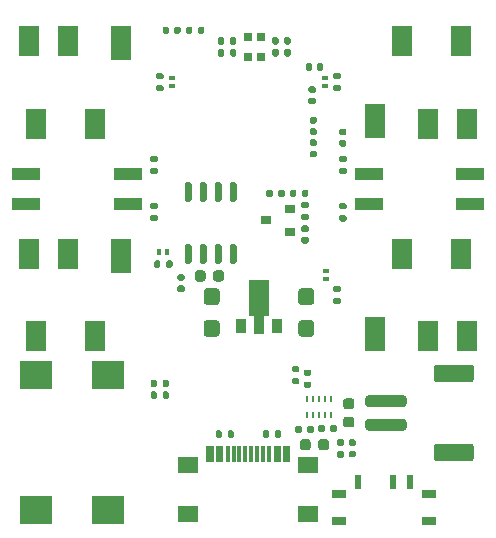
<source format=gbr>
%TF.GenerationSoftware,KiCad,Pcbnew,(5.1.8)-1*%
%TF.CreationDate,2021-07-06T20:41:50+01:00*%
%TF.ProjectId,ESP32-S2-PowerMeter,45535033-322d-4533-922d-506f7765724d,rev?*%
%TF.SameCoordinates,Original*%
%TF.FileFunction,Paste,Top*%
%TF.FilePolarity,Positive*%
%FSLAX46Y46*%
G04 Gerber Fmt 4.6, Leading zero omitted, Abs format (unit mm)*
G04 Created by KiCad (PCBNEW (5.1.8)-1) date 2021-07-06 20:41:50*
%MOMM*%
%LPD*%
G01*
G04 APERTURE LIST*
%ADD10R,0.700000X0.800000*%
%ADD11R,0.300000X1.450000*%
%ADD12R,1.800000X1.450000*%
%ADD13R,1.800000X2.950000*%
%ADD14R,1.800000X2.550000*%
%ADD15R,2.800000X2.400000*%
%ADD16R,0.600000X1.250000*%
%ADD17R,1.200000X0.700000*%
%ADD18R,2.440000X1.120000*%
%ADD19R,0.225000X0.525000*%
%ADD20C,0.100000*%
%ADD21R,0.900000X1.300000*%
%ADD22R,0.900000X0.800000*%
%ADD23R,0.600000X0.300000*%
%ADD24R,0.300000X0.600000*%
G04 APERTURE END LIST*
%TO.C,C1*%
G36*
G01*
X129425000Y-160950000D02*
X129425000Y-160450000D01*
G75*
G02*
X129650000Y-160225000I225000J0D01*
G01*
X130100000Y-160225000D01*
G75*
G02*
X130325000Y-160450000I0J-225000D01*
G01*
X130325000Y-160950000D01*
G75*
G02*
X130100000Y-161175000I-225000J0D01*
G01*
X129650000Y-161175000D01*
G75*
G02*
X129425000Y-160950000I0J225000D01*
G01*
G37*
G36*
G01*
X127875000Y-160950000D02*
X127875000Y-160450000D01*
G75*
G02*
X128100000Y-160225000I225000J0D01*
G01*
X128550000Y-160225000D01*
G75*
G02*
X128775000Y-160450000I0J-225000D01*
G01*
X128775000Y-160950000D01*
G75*
G02*
X128550000Y-161175000I-225000J0D01*
G01*
X128100000Y-161175000D01*
G75*
G02*
X127875000Y-160950000I0J225000D01*
G01*
G37*
%TD*%
%TO.C,C2*%
G36*
G01*
X132250000Y-157675000D02*
X131750000Y-157675000D01*
G75*
G02*
X131525000Y-157450000I0J225000D01*
G01*
X131525000Y-157000000D01*
G75*
G02*
X131750000Y-156775000I225000J0D01*
G01*
X132250000Y-156775000D01*
G75*
G02*
X132475000Y-157000000I0J-225000D01*
G01*
X132475000Y-157450000D01*
G75*
G02*
X132250000Y-157675000I-225000J0D01*
G01*
G37*
G36*
G01*
X132250000Y-159225000D02*
X131750000Y-159225000D01*
G75*
G02*
X131525000Y-159000000I0J225000D01*
G01*
X131525000Y-158550000D01*
G75*
G02*
X131750000Y-158325000I225000J0D01*
G01*
X132250000Y-158325000D01*
G75*
G02*
X132475000Y-158550000I0J-225000D01*
G01*
X132475000Y-159000000D01*
G75*
G02*
X132250000Y-159225000I-225000J0D01*
G01*
G37*
%TD*%
%TO.C,C3*%
G36*
G01*
X132130000Y-161200000D02*
X132470000Y-161200000D01*
G75*
G02*
X132610000Y-161340000I0J-140000D01*
G01*
X132610000Y-161620000D01*
G75*
G02*
X132470000Y-161760000I-140000J0D01*
G01*
X132130000Y-161760000D01*
G75*
G02*
X131990000Y-161620000I0J140000D01*
G01*
X131990000Y-161340000D01*
G75*
G02*
X132130000Y-161200000I140000J0D01*
G01*
G37*
G36*
G01*
X132130000Y-160240000D02*
X132470000Y-160240000D01*
G75*
G02*
X132610000Y-160380000I0J-140000D01*
G01*
X132610000Y-160660000D01*
G75*
G02*
X132470000Y-160800000I-140000J0D01*
G01*
X132130000Y-160800000D01*
G75*
G02*
X131990000Y-160660000I0J140000D01*
G01*
X131990000Y-160380000D01*
G75*
G02*
X132130000Y-160240000I140000J0D01*
G01*
G37*
%TD*%
%TO.C,C4*%
G36*
G01*
X116800000Y-125430000D02*
X116800000Y-125770000D01*
G75*
G02*
X116660000Y-125910000I-140000J0D01*
G01*
X116380000Y-125910000D01*
G75*
G02*
X116240000Y-125770000I0J140000D01*
G01*
X116240000Y-125430000D01*
G75*
G02*
X116380000Y-125290000I140000J0D01*
G01*
X116660000Y-125290000D01*
G75*
G02*
X116800000Y-125430000I0J-140000D01*
G01*
G37*
G36*
G01*
X117760000Y-125430000D02*
X117760000Y-125770000D01*
G75*
G02*
X117620000Y-125910000I-140000J0D01*
G01*
X117340000Y-125910000D01*
G75*
G02*
X117200000Y-125770000I0J140000D01*
G01*
X117200000Y-125430000D01*
G75*
G02*
X117340000Y-125290000I140000J0D01*
G01*
X117620000Y-125290000D01*
G75*
G02*
X117760000Y-125430000I0J-140000D01*
G01*
G37*
%TD*%
%TO.C,C5*%
G36*
G01*
X119974999Y-150150000D02*
X120825001Y-150150000D01*
G75*
G02*
X121075000Y-150399999I0J-249999D01*
G01*
X121075000Y-151300001D01*
G75*
G02*
X120825001Y-151550000I-249999J0D01*
G01*
X119974999Y-151550000D01*
G75*
G02*
X119725000Y-151300001I0J249999D01*
G01*
X119725000Y-150399999D01*
G75*
G02*
X119974999Y-150150000I249999J0D01*
G01*
G37*
G36*
G01*
X119974999Y-147450000D02*
X120825001Y-147450000D01*
G75*
G02*
X121075000Y-147699999I0J-249999D01*
G01*
X121075000Y-148600001D01*
G75*
G02*
X120825001Y-148850000I-249999J0D01*
G01*
X119974999Y-148850000D01*
G75*
G02*
X119725000Y-148600001I0J249999D01*
G01*
X119725000Y-147699999D01*
G75*
G02*
X119974999Y-147450000I249999J0D01*
G01*
G37*
%TD*%
%TO.C,C6*%
G36*
G01*
X127974999Y-150150000D02*
X128825001Y-150150000D01*
G75*
G02*
X129075000Y-150399999I0J-249999D01*
G01*
X129075000Y-151300001D01*
G75*
G02*
X128825001Y-151550000I-249999J0D01*
G01*
X127974999Y-151550000D01*
G75*
G02*
X127725000Y-151300001I0J249999D01*
G01*
X127725000Y-150399999D01*
G75*
G02*
X127974999Y-150150000I249999J0D01*
G01*
G37*
G36*
G01*
X127974999Y-147450000D02*
X128825001Y-147450000D01*
G75*
G02*
X129075000Y-147699999I0J-249999D01*
G01*
X129075000Y-148600001D01*
G75*
G02*
X128825001Y-148850000I-249999J0D01*
G01*
X127974999Y-148850000D01*
G75*
G02*
X127725000Y-148600001I0J249999D01*
G01*
X127725000Y-147699999D01*
G75*
G02*
X127974999Y-147450000I249999J0D01*
G01*
G37*
%TD*%
%TO.C,C7*%
G36*
G01*
X129070000Y-130900000D02*
X128730000Y-130900000D01*
G75*
G02*
X128590000Y-130760000I0J140000D01*
G01*
X128590000Y-130480000D01*
G75*
G02*
X128730000Y-130340000I140000J0D01*
G01*
X129070000Y-130340000D01*
G75*
G02*
X129210000Y-130480000I0J-140000D01*
G01*
X129210000Y-130760000D01*
G75*
G02*
X129070000Y-130900000I-140000J0D01*
G01*
G37*
G36*
G01*
X129070000Y-131860000D02*
X128730000Y-131860000D01*
G75*
G02*
X128590000Y-131720000I0J140000D01*
G01*
X128590000Y-131440000D01*
G75*
G02*
X128730000Y-131300000I140000J0D01*
G01*
X129070000Y-131300000D01*
G75*
G02*
X129210000Y-131440000I0J-140000D01*
G01*
X129210000Y-131720000D01*
G75*
G02*
X129070000Y-131860000I-140000J0D01*
G01*
G37*
%TD*%
%TO.C,C8*%
G36*
G01*
X128900000Y-128530000D02*
X128900000Y-128870000D01*
G75*
G02*
X128760000Y-129010000I-140000J0D01*
G01*
X128480000Y-129010000D01*
G75*
G02*
X128340000Y-128870000I0J140000D01*
G01*
X128340000Y-128530000D01*
G75*
G02*
X128480000Y-128390000I140000J0D01*
G01*
X128760000Y-128390000D01*
G75*
G02*
X128900000Y-128530000I0J-140000D01*
G01*
G37*
G36*
G01*
X129860000Y-128530000D02*
X129860000Y-128870000D01*
G75*
G02*
X129720000Y-129010000I-140000J0D01*
G01*
X129440000Y-129010000D01*
G75*
G02*
X129300000Y-128870000I0J140000D01*
G01*
X129300000Y-128530000D01*
G75*
G02*
X129440000Y-128390000I140000J0D01*
G01*
X129720000Y-128390000D01*
G75*
G02*
X129860000Y-128530000I0J-140000D01*
G01*
G37*
%TD*%
%TO.C,C9*%
G36*
G01*
X129170000Y-135400000D02*
X128830000Y-135400000D01*
G75*
G02*
X128690000Y-135260000I0J140000D01*
G01*
X128690000Y-134980000D01*
G75*
G02*
X128830000Y-134840000I140000J0D01*
G01*
X129170000Y-134840000D01*
G75*
G02*
X129310000Y-134980000I0J-140000D01*
G01*
X129310000Y-135260000D01*
G75*
G02*
X129170000Y-135400000I-140000J0D01*
G01*
G37*
G36*
G01*
X129170000Y-136360000D02*
X128830000Y-136360000D01*
G75*
G02*
X128690000Y-136220000I0J140000D01*
G01*
X128690000Y-135940000D01*
G75*
G02*
X128830000Y-135800000I140000J0D01*
G01*
X129170000Y-135800000D01*
G75*
G02*
X129310000Y-135940000I0J-140000D01*
G01*
X129310000Y-136220000D01*
G75*
G02*
X129170000Y-136360000I-140000J0D01*
G01*
G37*
%TD*%
%TO.C,C10*%
G36*
G01*
X128830000Y-133900000D02*
X129170000Y-133900000D01*
G75*
G02*
X129310000Y-134040000I0J-140000D01*
G01*
X129310000Y-134320000D01*
G75*
G02*
X129170000Y-134460000I-140000J0D01*
G01*
X128830000Y-134460000D01*
G75*
G02*
X128690000Y-134320000I0J140000D01*
G01*
X128690000Y-134040000D01*
G75*
G02*
X128830000Y-133900000I140000J0D01*
G01*
G37*
G36*
G01*
X128830000Y-132940000D02*
X129170000Y-132940000D01*
G75*
G02*
X129310000Y-133080000I0J-140000D01*
G01*
X129310000Y-133360000D01*
G75*
G02*
X129170000Y-133500000I-140000J0D01*
G01*
X128830000Y-133500000D01*
G75*
G02*
X128690000Y-133360000I0J140000D01*
G01*
X128690000Y-133080000D01*
G75*
G02*
X128830000Y-132940000I140000J0D01*
G01*
G37*
%TD*%
D10*
%TO.C,D1*%
X123450000Y-126150000D03*
X123450000Y-127850000D03*
X124550000Y-127850000D03*
X124550000Y-126150000D03*
%TD*%
%TO.C,FB1*%
G36*
G01*
X128472500Y-142710000D02*
X128127500Y-142710000D01*
G75*
G02*
X127980000Y-142562500I0J147500D01*
G01*
X127980000Y-142267500D01*
G75*
G02*
X128127500Y-142120000I147500J0D01*
G01*
X128472500Y-142120000D01*
G75*
G02*
X128620000Y-142267500I0J-147500D01*
G01*
X128620000Y-142562500D01*
G75*
G02*
X128472500Y-142710000I-147500J0D01*
G01*
G37*
G36*
G01*
X128472500Y-143680000D02*
X128127500Y-143680000D01*
G75*
G02*
X127980000Y-143532500I0J147500D01*
G01*
X127980000Y-143237500D01*
G75*
G02*
X128127500Y-143090000I147500J0D01*
G01*
X128472500Y-143090000D01*
G75*
G02*
X128620000Y-143237500I0J-147500D01*
G01*
X128620000Y-143532500D01*
G75*
G02*
X128472500Y-143680000I-147500J0D01*
G01*
G37*
%TD*%
D11*
%TO.C,J1*%
X126875000Y-161495000D03*
X126100000Y-161495000D03*
X121200000Y-161495000D03*
X120425000Y-161495000D03*
X120125000Y-161495000D03*
X120900000Y-161495000D03*
X126575000Y-161495000D03*
X125800000Y-161495000D03*
X121750000Y-161495000D03*
X122250000Y-161495000D03*
X122750000Y-161495000D03*
X125250000Y-161495000D03*
X124750000Y-161495000D03*
X124250000Y-161495000D03*
X123750000Y-161495000D03*
X123250000Y-161495000D03*
D12*
X118430000Y-162410000D03*
X118430000Y-166590000D03*
X128570000Y-162410000D03*
X128570000Y-166590000D03*
%TD*%
%TO.C,J2*%
G36*
G01*
X142350000Y-155400000D02*
X139450000Y-155400000D01*
G75*
G02*
X139200000Y-155150000I0J250000D01*
G01*
X139200000Y-154150000D01*
G75*
G02*
X139450000Y-153900000I250000J0D01*
G01*
X142350000Y-153900000D01*
G75*
G02*
X142600000Y-154150000I0J-250000D01*
G01*
X142600000Y-155150000D01*
G75*
G02*
X142350000Y-155400000I-250000J0D01*
G01*
G37*
G36*
G01*
X142350000Y-162100000D02*
X139450000Y-162100000D01*
G75*
G02*
X139200000Y-161850000I0J250000D01*
G01*
X139200000Y-160850000D01*
G75*
G02*
X139450000Y-160600000I250000J0D01*
G01*
X142350000Y-160600000D01*
G75*
G02*
X142600000Y-160850000I0J-250000D01*
G01*
X142600000Y-161850000D01*
G75*
G02*
X142350000Y-162100000I-250000J0D01*
G01*
G37*
G36*
G01*
X136650000Y-157500000D02*
X133650000Y-157500000D01*
G75*
G02*
X133400000Y-157250000I0J250000D01*
G01*
X133400000Y-156750000D01*
G75*
G02*
X133650000Y-156500000I250000J0D01*
G01*
X136650000Y-156500000D01*
G75*
G02*
X136900000Y-156750000I0J-250000D01*
G01*
X136900000Y-157250000D01*
G75*
G02*
X136650000Y-157500000I-250000J0D01*
G01*
G37*
G36*
G01*
X136650000Y-159500000D02*
X133650000Y-159500000D01*
G75*
G02*
X133400000Y-159250000I0J250000D01*
G01*
X133400000Y-158750000D01*
G75*
G02*
X133650000Y-158500000I250000J0D01*
G01*
X136650000Y-158500000D01*
G75*
G02*
X136900000Y-158750000I0J-250000D01*
G01*
X136900000Y-159250000D01*
G75*
G02*
X136650000Y-159500000I-250000J0D01*
G01*
G37*
%TD*%
D13*
%TO.C,J3*%
X134250000Y-151300000D03*
D14*
X136500000Y-144500000D03*
X141500000Y-144500000D03*
X138750000Y-151500000D03*
X142050000Y-151500000D03*
%TD*%
D13*
%TO.C,J4*%
X134250000Y-133300000D03*
D14*
X136500000Y-126500000D03*
X141500000Y-126500000D03*
X138750000Y-133500000D03*
X142050000Y-133500000D03*
%TD*%
D13*
%TO.C,J5*%
X112750000Y-144700000D03*
D14*
X110500000Y-151500000D03*
X105500000Y-151500000D03*
X108250000Y-144500000D03*
X104950000Y-144500000D03*
%TD*%
D13*
%TO.C,J6*%
X112750000Y-126700000D03*
D14*
X110500000Y-133500000D03*
X105500000Y-133500000D03*
X108250000Y-126500000D03*
X104950000Y-126500000D03*
%TD*%
D15*
%TO.C,J7*%
X111600000Y-166200000D03*
X105500000Y-166200000D03*
X111600000Y-154800000D03*
X105500000Y-154800000D03*
%TD*%
%TO.C,R1*%
G36*
G01*
X126540000Y-126685000D02*
X126540000Y-126315000D01*
G75*
G02*
X126675000Y-126180000I135000J0D01*
G01*
X126945000Y-126180000D01*
G75*
G02*
X127080000Y-126315000I0J-135000D01*
G01*
X127080000Y-126685000D01*
G75*
G02*
X126945000Y-126820000I-135000J0D01*
G01*
X126675000Y-126820000D01*
G75*
G02*
X126540000Y-126685000I0J135000D01*
G01*
G37*
G36*
G01*
X125520000Y-126685000D02*
X125520000Y-126315000D01*
G75*
G02*
X125655000Y-126180000I135000J0D01*
G01*
X125925000Y-126180000D01*
G75*
G02*
X126060000Y-126315000I0J-135000D01*
G01*
X126060000Y-126685000D01*
G75*
G02*
X125925000Y-126820000I-135000J0D01*
G01*
X125655000Y-126820000D01*
G75*
G02*
X125520000Y-126685000I0J135000D01*
G01*
G37*
%TD*%
%TO.C,R2*%
G36*
G01*
X121460000Y-126315000D02*
X121460000Y-126685000D01*
G75*
G02*
X121325000Y-126820000I-135000J0D01*
G01*
X121055000Y-126820000D01*
G75*
G02*
X120920000Y-126685000I0J135000D01*
G01*
X120920000Y-126315000D01*
G75*
G02*
X121055000Y-126180000I135000J0D01*
G01*
X121325000Y-126180000D01*
G75*
G02*
X121460000Y-126315000I0J-135000D01*
G01*
G37*
G36*
G01*
X122480000Y-126315000D02*
X122480000Y-126685000D01*
G75*
G02*
X122345000Y-126820000I-135000J0D01*
G01*
X122075000Y-126820000D01*
G75*
G02*
X121940000Y-126685000I0J135000D01*
G01*
X121940000Y-126315000D01*
G75*
G02*
X122075000Y-126180000I135000J0D01*
G01*
X122345000Y-126180000D01*
G75*
G02*
X122480000Y-126315000I0J-135000D01*
G01*
G37*
%TD*%
%TO.C,R3*%
G36*
G01*
X121460000Y-127315000D02*
X121460000Y-127685000D01*
G75*
G02*
X121325000Y-127820000I-135000J0D01*
G01*
X121055000Y-127820000D01*
G75*
G02*
X120920000Y-127685000I0J135000D01*
G01*
X120920000Y-127315000D01*
G75*
G02*
X121055000Y-127180000I135000J0D01*
G01*
X121325000Y-127180000D01*
G75*
G02*
X121460000Y-127315000I0J-135000D01*
G01*
G37*
G36*
G01*
X122480000Y-127315000D02*
X122480000Y-127685000D01*
G75*
G02*
X122345000Y-127820000I-135000J0D01*
G01*
X122075000Y-127820000D01*
G75*
G02*
X121940000Y-127685000I0J135000D01*
G01*
X121940000Y-127315000D01*
G75*
G02*
X122075000Y-127180000I135000J0D01*
G01*
X122345000Y-127180000D01*
G75*
G02*
X122480000Y-127315000I0J-135000D01*
G01*
G37*
%TD*%
%TO.C,R4*%
G36*
G01*
X126540000Y-127685000D02*
X126540000Y-127315000D01*
G75*
G02*
X126675000Y-127180000I135000J0D01*
G01*
X126945000Y-127180000D01*
G75*
G02*
X127080000Y-127315000I0J-135000D01*
G01*
X127080000Y-127685000D01*
G75*
G02*
X126945000Y-127820000I-135000J0D01*
G01*
X126675000Y-127820000D01*
G75*
G02*
X126540000Y-127685000I0J135000D01*
G01*
G37*
G36*
G01*
X125520000Y-127685000D02*
X125520000Y-127315000D01*
G75*
G02*
X125655000Y-127180000I135000J0D01*
G01*
X125925000Y-127180000D01*
G75*
G02*
X126060000Y-127315000I0J-135000D01*
G01*
X126060000Y-127685000D01*
G75*
G02*
X125925000Y-127820000I-135000J0D01*
G01*
X125655000Y-127820000D01*
G75*
G02*
X125520000Y-127685000I0J135000D01*
G01*
G37*
%TD*%
%TO.C,R5*%
G36*
G01*
X121740000Y-159985000D02*
X121740000Y-159615000D01*
G75*
G02*
X121875000Y-159480000I135000J0D01*
G01*
X122145000Y-159480000D01*
G75*
G02*
X122280000Y-159615000I0J-135000D01*
G01*
X122280000Y-159985000D01*
G75*
G02*
X122145000Y-160120000I-135000J0D01*
G01*
X121875000Y-160120000D01*
G75*
G02*
X121740000Y-159985000I0J135000D01*
G01*
G37*
G36*
G01*
X120720000Y-159985000D02*
X120720000Y-159615000D01*
G75*
G02*
X120855000Y-159480000I135000J0D01*
G01*
X121125000Y-159480000D01*
G75*
G02*
X121260000Y-159615000I0J-135000D01*
G01*
X121260000Y-159985000D01*
G75*
G02*
X121125000Y-160120000I-135000J0D01*
G01*
X120855000Y-160120000D01*
G75*
G02*
X120720000Y-159985000I0J135000D01*
G01*
G37*
%TD*%
%TO.C,R6*%
G36*
G01*
X125260000Y-159615000D02*
X125260000Y-159985000D01*
G75*
G02*
X125125000Y-160120000I-135000J0D01*
G01*
X124855000Y-160120000D01*
G75*
G02*
X124720000Y-159985000I0J135000D01*
G01*
X124720000Y-159615000D01*
G75*
G02*
X124855000Y-159480000I135000J0D01*
G01*
X125125000Y-159480000D01*
G75*
G02*
X125260000Y-159615000I0J-135000D01*
G01*
G37*
G36*
G01*
X126280000Y-159615000D02*
X126280000Y-159985000D01*
G75*
G02*
X126145000Y-160120000I-135000J0D01*
G01*
X125875000Y-160120000D01*
G75*
G02*
X125740000Y-159985000I0J135000D01*
G01*
X125740000Y-159615000D01*
G75*
G02*
X125875000Y-159480000I135000J0D01*
G01*
X126145000Y-159480000D01*
G75*
G02*
X126280000Y-159615000I0J-135000D01*
G01*
G37*
%TD*%
%TO.C,R7*%
G36*
G01*
X129960000Y-159115000D02*
X129960000Y-159485000D01*
G75*
G02*
X129825000Y-159620000I-135000J0D01*
G01*
X129555000Y-159620000D01*
G75*
G02*
X129420000Y-159485000I0J135000D01*
G01*
X129420000Y-159115000D01*
G75*
G02*
X129555000Y-158980000I135000J0D01*
G01*
X129825000Y-158980000D01*
G75*
G02*
X129960000Y-159115000I0J-135000D01*
G01*
G37*
G36*
G01*
X130980000Y-159115000D02*
X130980000Y-159485000D01*
G75*
G02*
X130845000Y-159620000I-135000J0D01*
G01*
X130575000Y-159620000D01*
G75*
G02*
X130440000Y-159485000I0J135000D01*
G01*
X130440000Y-159115000D01*
G75*
G02*
X130575000Y-158980000I135000J0D01*
G01*
X130845000Y-158980000D01*
G75*
G02*
X130980000Y-159115000I0J-135000D01*
G01*
G37*
%TD*%
%TO.C,R8*%
G36*
G01*
X128010000Y-159215000D02*
X128010000Y-159585000D01*
G75*
G02*
X127875000Y-159720000I-135000J0D01*
G01*
X127605000Y-159720000D01*
G75*
G02*
X127470000Y-159585000I0J135000D01*
G01*
X127470000Y-159215000D01*
G75*
G02*
X127605000Y-159080000I135000J0D01*
G01*
X127875000Y-159080000D01*
G75*
G02*
X128010000Y-159215000I0J-135000D01*
G01*
G37*
G36*
G01*
X129030000Y-159215000D02*
X129030000Y-159585000D01*
G75*
G02*
X128895000Y-159720000I-135000J0D01*
G01*
X128625000Y-159720000D01*
G75*
G02*
X128490000Y-159585000I0J135000D01*
G01*
X128490000Y-159215000D01*
G75*
G02*
X128625000Y-159080000I135000J0D01*
G01*
X128895000Y-159080000D01*
G75*
G02*
X129030000Y-159215000I0J-135000D01*
G01*
G37*
%TD*%
%TO.C,R9*%
G36*
G01*
X118760000Y-125415000D02*
X118760000Y-125785000D01*
G75*
G02*
X118625000Y-125920000I-135000J0D01*
G01*
X118355000Y-125920000D01*
G75*
G02*
X118220000Y-125785000I0J135000D01*
G01*
X118220000Y-125415000D01*
G75*
G02*
X118355000Y-125280000I135000J0D01*
G01*
X118625000Y-125280000D01*
G75*
G02*
X118760000Y-125415000I0J-135000D01*
G01*
G37*
G36*
G01*
X119780000Y-125415000D02*
X119780000Y-125785000D01*
G75*
G02*
X119645000Y-125920000I-135000J0D01*
G01*
X119375000Y-125920000D01*
G75*
G02*
X119240000Y-125785000I0J135000D01*
G01*
X119240000Y-125415000D01*
G75*
G02*
X119375000Y-125280000I135000J0D01*
G01*
X119645000Y-125280000D01*
G75*
G02*
X119780000Y-125415000I0J-135000D01*
G01*
G37*
%TD*%
%TO.C,R10*%
G36*
G01*
X128685000Y-154860000D02*
X128315000Y-154860000D01*
G75*
G02*
X128180000Y-154725000I0J135000D01*
G01*
X128180000Y-154455000D01*
G75*
G02*
X128315000Y-154320000I135000J0D01*
G01*
X128685000Y-154320000D01*
G75*
G02*
X128820000Y-154455000I0J-135000D01*
G01*
X128820000Y-154725000D01*
G75*
G02*
X128685000Y-154860000I-135000J0D01*
G01*
G37*
G36*
G01*
X128685000Y-155880000D02*
X128315000Y-155880000D01*
G75*
G02*
X128180000Y-155745000I0J135000D01*
G01*
X128180000Y-155475000D01*
G75*
G02*
X128315000Y-155340000I135000J0D01*
G01*
X128685000Y-155340000D01*
G75*
G02*
X128820000Y-155475000I0J-135000D01*
G01*
X128820000Y-155745000D01*
G75*
G02*
X128685000Y-155880000I-135000J0D01*
G01*
G37*
%TD*%
%TO.C,R11*%
G36*
G01*
X127315000Y-155040000D02*
X127685000Y-155040000D01*
G75*
G02*
X127820000Y-155175000I0J-135000D01*
G01*
X127820000Y-155445000D01*
G75*
G02*
X127685000Y-155580000I-135000J0D01*
G01*
X127315000Y-155580000D01*
G75*
G02*
X127180000Y-155445000I0J135000D01*
G01*
X127180000Y-155175000D01*
G75*
G02*
X127315000Y-155040000I135000J0D01*
G01*
G37*
G36*
G01*
X127315000Y-154020000D02*
X127685000Y-154020000D01*
G75*
G02*
X127820000Y-154155000I0J-135000D01*
G01*
X127820000Y-154425000D01*
G75*
G02*
X127685000Y-154560000I-135000J0D01*
G01*
X127315000Y-154560000D01*
G75*
G02*
X127180000Y-154425000I0J135000D01*
G01*
X127180000Y-154155000D01*
G75*
G02*
X127315000Y-154020000I135000J0D01*
G01*
G37*
%TD*%
%TO.C,R12*%
G36*
G01*
X128485000Y-140660000D02*
X128115000Y-140660000D01*
G75*
G02*
X127980000Y-140525000I0J135000D01*
G01*
X127980000Y-140255000D01*
G75*
G02*
X128115000Y-140120000I135000J0D01*
G01*
X128485000Y-140120000D01*
G75*
G02*
X128620000Y-140255000I0J-135000D01*
G01*
X128620000Y-140525000D01*
G75*
G02*
X128485000Y-140660000I-135000J0D01*
G01*
G37*
G36*
G01*
X128485000Y-141680000D02*
X128115000Y-141680000D01*
G75*
G02*
X127980000Y-141545000I0J135000D01*
G01*
X127980000Y-141275000D01*
G75*
G02*
X128115000Y-141140000I135000J0D01*
G01*
X128485000Y-141140000D01*
G75*
G02*
X128620000Y-141275000I0J-135000D01*
G01*
X128620000Y-141545000D01*
G75*
G02*
X128485000Y-141680000I-135000J0D01*
G01*
G37*
%TD*%
%TO.C,R13*%
G36*
G01*
X127560000Y-139215000D02*
X127560000Y-139585000D01*
G75*
G02*
X127425000Y-139720000I-135000J0D01*
G01*
X127155000Y-139720000D01*
G75*
G02*
X127020000Y-139585000I0J135000D01*
G01*
X127020000Y-139215000D01*
G75*
G02*
X127155000Y-139080000I135000J0D01*
G01*
X127425000Y-139080000D01*
G75*
G02*
X127560000Y-139215000I0J-135000D01*
G01*
G37*
G36*
G01*
X128580000Y-139215000D02*
X128580000Y-139585000D01*
G75*
G02*
X128445000Y-139720000I-135000J0D01*
G01*
X128175000Y-139720000D01*
G75*
G02*
X128040000Y-139585000I0J135000D01*
G01*
X128040000Y-139215000D01*
G75*
G02*
X128175000Y-139080000I135000J0D01*
G01*
X128445000Y-139080000D01*
G75*
G02*
X128580000Y-139215000I0J-135000D01*
G01*
G37*
%TD*%
%TO.C,R14*%
G36*
G01*
X125560000Y-139215000D02*
X125560000Y-139585000D01*
G75*
G02*
X125425000Y-139720000I-135000J0D01*
G01*
X125155000Y-139720000D01*
G75*
G02*
X125020000Y-139585000I0J135000D01*
G01*
X125020000Y-139215000D01*
G75*
G02*
X125155000Y-139080000I135000J0D01*
G01*
X125425000Y-139080000D01*
G75*
G02*
X125560000Y-139215000I0J-135000D01*
G01*
G37*
G36*
G01*
X126580000Y-139215000D02*
X126580000Y-139585000D01*
G75*
G02*
X126445000Y-139720000I-135000J0D01*
G01*
X126175000Y-139720000D01*
G75*
G02*
X126040000Y-139585000I0J135000D01*
G01*
X126040000Y-139215000D01*
G75*
G02*
X126175000Y-139080000I135000J0D01*
G01*
X126445000Y-139080000D01*
G75*
G02*
X126580000Y-139215000I0J-135000D01*
G01*
G37*
%TD*%
%TO.C,R15*%
G36*
G01*
X130815000Y-148240000D02*
X131185000Y-148240000D01*
G75*
G02*
X131320000Y-148375000I0J-135000D01*
G01*
X131320000Y-148645000D01*
G75*
G02*
X131185000Y-148780000I-135000J0D01*
G01*
X130815000Y-148780000D01*
G75*
G02*
X130680000Y-148645000I0J135000D01*
G01*
X130680000Y-148375000D01*
G75*
G02*
X130815000Y-148240000I135000J0D01*
G01*
G37*
G36*
G01*
X130815000Y-147220000D02*
X131185000Y-147220000D01*
G75*
G02*
X131320000Y-147355000I0J-135000D01*
G01*
X131320000Y-147625000D01*
G75*
G02*
X131185000Y-147760000I-135000J0D01*
G01*
X130815000Y-147760000D01*
G75*
G02*
X130680000Y-147625000I0J135000D01*
G01*
X130680000Y-147355000D01*
G75*
G02*
X130815000Y-147220000I135000J0D01*
G01*
G37*
%TD*%
%TO.C,R16*%
G36*
G01*
X130815000Y-130240000D02*
X131185000Y-130240000D01*
G75*
G02*
X131320000Y-130375000I0J-135000D01*
G01*
X131320000Y-130645000D01*
G75*
G02*
X131185000Y-130780000I-135000J0D01*
G01*
X130815000Y-130780000D01*
G75*
G02*
X130680000Y-130645000I0J135000D01*
G01*
X130680000Y-130375000D01*
G75*
G02*
X130815000Y-130240000I135000J0D01*
G01*
G37*
G36*
G01*
X130815000Y-129220000D02*
X131185000Y-129220000D01*
G75*
G02*
X131320000Y-129355000I0J-135000D01*
G01*
X131320000Y-129625000D01*
G75*
G02*
X131185000Y-129760000I-135000J0D01*
G01*
X130815000Y-129760000D01*
G75*
G02*
X130680000Y-129625000I0J135000D01*
G01*
X130680000Y-129355000D01*
G75*
G02*
X130815000Y-129220000I135000J0D01*
G01*
G37*
%TD*%
%TO.C,R17*%
G36*
G01*
X116060000Y-145215000D02*
X116060000Y-145585000D01*
G75*
G02*
X115925000Y-145720000I-135000J0D01*
G01*
X115655000Y-145720000D01*
G75*
G02*
X115520000Y-145585000I0J135000D01*
G01*
X115520000Y-145215000D01*
G75*
G02*
X115655000Y-145080000I135000J0D01*
G01*
X115925000Y-145080000D01*
G75*
G02*
X116060000Y-145215000I0J-135000D01*
G01*
G37*
G36*
G01*
X117080000Y-145215000D02*
X117080000Y-145585000D01*
G75*
G02*
X116945000Y-145720000I-135000J0D01*
G01*
X116675000Y-145720000D01*
G75*
G02*
X116540000Y-145585000I0J135000D01*
G01*
X116540000Y-145215000D01*
G75*
G02*
X116675000Y-145080000I135000J0D01*
G01*
X116945000Y-145080000D01*
G75*
G02*
X117080000Y-145215000I0J-135000D01*
G01*
G37*
%TD*%
%TO.C,R18*%
G36*
G01*
X116185000Y-129760000D02*
X115815000Y-129760000D01*
G75*
G02*
X115680000Y-129625000I0J135000D01*
G01*
X115680000Y-129355000D01*
G75*
G02*
X115815000Y-129220000I135000J0D01*
G01*
X116185000Y-129220000D01*
G75*
G02*
X116320000Y-129355000I0J-135000D01*
G01*
X116320000Y-129625000D01*
G75*
G02*
X116185000Y-129760000I-135000J0D01*
G01*
G37*
G36*
G01*
X116185000Y-130780000D02*
X115815000Y-130780000D01*
G75*
G02*
X115680000Y-130645000I0J135000D01*
G01*
X115680000Y-130375000D01*
G75*
G02*
X115815000Y-130240000I135000J0D01*
G01*
X116185000Y-130240000D01*
G75*
G02*
X116320000Y-130375000I0J-135000D01*
G01*
X116320000Y-130645000D01*
G75*
G02*
X116185000Y-130780000I-135000J0D01*
G01*
G37*
%TD*%
%TO.C,R19*%
G36*
G01*
X131315000Y-141250000D02*
X131685000Y-141250000D01*
G75*
G02*
X131820000Y-141385000I0J-135000D01*
G01*
X131820000Y-141655000D01*
G75*
G02*
X131685000Y-141790000I-135000J0D01*
G01*
X131315000Y-141790000D01*
G75*
G02*
X131180000Y-141655000I0J135000D01*
G01*
X131180000Y-141385000D01*
G75*
G02*
X131315000Y-141250000I135000J0D01*
G01*
G37*
G36*
G01*
X131315000Y-140230000D02*
X131685000Y-140230000D01*
G75*
G02*
X131820000Y-140365000I0J-135000D01*
G01*
X131820000Y-140635000D01*
G75*
G02*
X131685000Y-140770000I-135000J0D01*
G01*
X131315000Y-140770000D01*
G75*
G02*
X131180000Y-140635000I0J135000D01*
G01*
X131180000Y-140365000D01*
G75*
G02*
X131315000Y-140230000I135000J0D01*
G01*
G37*
%TD*%
%TO.C,R20*%
G36*
G01*
X131315000Y-137240000D02*
X131685000Y-137240000D01*
G75*
G02*
X131820000Y-137375000I0J-135000D01*
G01*
X131820000Y-137645000D01*
G75*
G02*
X131685000Y-137780000I-135000J0D01*
G01*
X131315000Y-137780000D01*
G75*
G02*
X131180000Y-137645000I0J135000D01*
G01*
X131180000Y-137375000D01*
G75*
G02*
X131315000Y-137240000I135000J0D01*
G01*
G37*
G36*
G01*
X131315000Y-136220000D02*
X131685000Y-136220000D01*
G75*
G02*
X131820000Y-136355000I0J-135000D01*
G01*
X131820000Y-136625000D01*
G75*
G02*
X131685000Y-136760000I-135000J0D01*
G01*
X131315000Y-136760000D01*
G75*
G02*
X131180000Y-136625000I0J135000D01*
G01*
X131180000Y-136355000D01*
G75*
G02*
X131315000Y-136220000I135000J0D01*
G01*
G37*
%TD*%
%TO.C,R21*%
G36*
G01*
X115315000Y-141240000D02*
X115685000Y-141240000D01*
G75*
G02*
X115820000Y-141375000I0J-135000D01*
G01*
X115820000Y-141645000D01*
G75*
G02*
X115685000Y-141780000I-135000J0D01*
G01*
X115315000Y-141780000D01*
G75*
G02*
X115180000Y-141645000I0J135000D01*
G01*
X115180000Y-141375000D01*
G75*
G02*
X115315000Y-141240000I135000J0D01*
G01*
G37*
G36*
G01*
X115315000Y-140220000D02*
X115685000Y-140220000D01*
G75*
G02*
X115820000Y-140355000I0J-135000D01*
G01*
X115820000Y-140625000D01*
G75*
G02*
X115685000Y-140760000I-135000J0D01*
G01*
X115315000Y-140760000D01*
G75*
G02*
X115180000Y-140625000I0J135000D01*
G01*
X115180000Y-140355000D01*
G75*
G02*
X115315000Y-140220000I135000J0D01*
G01*
G37*
%TD*%
%TO.C,R22*%
G36*
G01*
X115315000Y-137230000D02*
X115685000Y-137230000D01*
G75*
G02*
X115820000Y-137365000I0J-135000D01*
G01*
X115820000Y-137635000D01*
G75*
G02*
X115685000Y-137770000I-135000J0D01*
G01*
X115315000Y-137770000D01*
G75*
G02*
X115180000Y-137635000I0J135000D01*
G01*
X115180000Y-137365000D01*
G75*
G02*
X115315000Y-137230000I135000J0D01*
G01*
G37*
G36*
G01*
X115315000Y-136210000D02*
X115685000Y-136210000D01*
G75*
G02*
X115820000Y-136345000I0J-135000D01*
G01*
X115820000Y-136615000D01*
G75*
G02*
X115685000Y-136750000I-135000J0D01*
G01*
X115315000Y-136750000D01*
G75*
G02*
X115180000Y-136615000I0J135000D01*
G01*
X115180000Y-136345000D01*
G75*
G02*
X115315000Y-136210000I135000J0D01*
G01*
G37*
%TD*%
%TO.C,R23*%
G36*
G01*
X116240000Y-155685000D02*
X116240000Y-155315000D01*
G75*
G02*
X116375000Y-155180000I135000J0D01*
G01*
X116645000Y-155180000D01*
G75*
G02*
X116780000Y-155315000I0J-135000D01*
G01*
X116780000Y-155685000D01*
G75*
G02*
X116645000Y-155820000I-135000J0D01*
G01*
X116375000Y-155820000D01*
G75*
G02*
X116240000Y-155685000I0J135000D01*
G01*
G37*
G36*
G01*
X115220000Y-155685000D02*
X115220000Y-155315000D01*
G75*
G02*
X115355000Y-155180000I135000J0D01*
G01*
X115625000Y-155180000D01*
G75*
G02*
X115760000Y-155315000I0J-135000D01*
G01*
X115760000Y-155685000D01*
G75*
G02*
X115625000Y-155820000I-135000J0D01*
G01*
X115355000Y-155820000D01*
G75*
G02*
X115220000Y-155685000I0J135000D01*
G01*
G37*
%TD*%
%TO.C,R24*%
G36*
G01*
X115760000Y-156315000D02*
X115760000Y-156685000D01*
G75*
G02*
X115625000Y-156820000I-135000J0D01*
G01*
X115355000Y-156820000D01*
G75*
G02*
X115220000Y-156685000I0J135000D01*
G01*
X115220000Y-156315000D01*
G75*
G02*
X115355000Y-156180000I135000J0D01*
G01*
X115625000Y-156180000D01*
G75*
G02*
X115760000Y-156315000I0J-135000D01*
G01*
G37*
G36*
G01*
X116780000Y-156315000D02*
X116780000Y-156685000D01*
G75*
G02*
X116645000Y-156820000I-135000J0D01*
G01*
X116375000Y-156820000D01*
G75*
G02*
X116240000Y-156685000I0J135000D01*
G01*
X116240000Y-156315000D01*
G75*
G02*
X116375000Y-156180000I135000J0D01*
G01*
X116645000Y-156180000D01*
G75*
G02*
X116780000Y-156315000I0J-135000D01*
G01*
G37*
%TD*%
D16*
%TO.C,SW1*%
X135775000Y-163875000D03*
X137225000Y-163875000D03*
X132775000Y-163875000D03*
D17*
X131200000Y-164850000D03*
X131200000Y-167150000D03*
X138800000Y-164850000D03*
X138800000Y-167150000D03*
%TD*%
D18*
%TO.C,SW2*%
X133695000Y-140270000D03*
X142305000Y-137730000D03*
X133695000Y-137730000D03*
X142305000Y-140270000D03*
%TD*%
%TO.C,SW3*%
X113305000Y-137730000D03*
X104695000Y-140270000D03*
X113305000Y-140270000D03*
X104695000Y-137730000D03*
%TD*%
%TO.C,TH1*%
G36*
G01*
X131115000Y-161240000D02*
X131485000Y-161240000D01*
G75*
G02*
X131620000Y-161375000I0J-135000D01*
G01*
X131620000Y-161645000D01*
G75*
G02*
X131485000Y-161780000I-135000J0D01*
G01*
X131115000Y-161780000D01*
G75*
G02*
X130980000Y-161645000I0J135000D01*
G01*
X130980000Y-161375000D01*
G75*
G02*
X131115000Y-161240000I135000J0D01*
G01*
G37*
G36*
G01*
X131115000Y-160220000D02*
X131485000Y-160220000D01*
G75*
G02*
X131620000Y-160355000I0J-135000D01*
G01*
X131620000Y-160625000D01*
G75*
G02*
X131485000Y-160760000I-135000J0D01*
G01*
X131115000Y-160760000D01*
G75*
G02*
X130980000Y-160625000I0J135000D01*
G01*
X130980000Y-160355000D01*
G75*
G02*
X131115000Y-160220000I135000J0D01*
G01*
G37*
%TD*%
D19*
%TO.C,U2*%
X130500000Y-156800000D03*
X130500000Y-158200000D03*
X130000000Y-156800000D03*
X130000000Y-158200000D03*
X129500000Y-156800000D03*
X129500000Y-158200000D03*
X129000000Y-156800000D03*
X129000000Y-158200000D03*
X128500000Y-156800000D03*
X128500000Y-158200000D03*
%TD*%
D20*
%TO.C,U3*%
G36*
X125266500Y-146700000D02*
G01*
X125266500Y-149825000D01*
X124850000Y-149825000D01*
X124850000Y-151300000D01*
X123950000Y-151300000D01*
X123950000Y-149825000D01*
X123533500Y-149825000D01*
X123533500Y-146700000D01*
X125266500Y-146700000D01*
G37*
D21*
X125900000Y-150650000D03*
X122900000Y-150650000D03*
%TD*%
D22*
%TO.C,U4*%
X125000000Y-141700000D03*
X127000000Y-140750000D03*
X127000000Y-142650000D03*
%TD*%
%TO.C,U5*%
G36*
G01*
X122055000Y-143700000D02*
X122355000Y-143700000D01*
G75*
G02*
X122505000Y-143850000I0J-150000D01*
G01*
X122505000Y-145200000D01*
G75*
G02*
X122355000Y-145350000I-150000J0D01*
G01*
X122055000Y-145350000D01*
G75*
G02*
X121905000Y-145200000I0J150000D01*
G01*
X121905000Y-143850000D01*
G75*
G02*
X122055000Y-143700000I150000J0D01*
G01*
G37*
G36*
G01*
X120785000Y-143700000D02*
X121085000Y-143700000D01*
G75*
G02*
X121235000Y-143850000I0J-150000D01*
G01*
X121235000Y-145200000D01*
G75*
G02*
X121085000Y-145350000I-150000J0D01*
G01*
X120785000Y-145350000D01*
G75*
G02*
X120635000Y-145200000I0J150000D01*
G01*
X120635000Y-143850000D01*
G75*
G02*
X120785000Y-143700000I150000J0D01*
G01*
G37*
G36*
G01*
X119515000Y-143700000D02*
X119815000Y-143700000D01*
G75*
G02*
X119965000Y-143850000I0J-150000D01*
G01*
X119965000Y-145200000D01*
G75*
G02*
X119815000Y-145350000I-150000J0D01*
G01*
X119515000Y-145350000D01*
G75*
G02*
X119365000Y-145200000I0J150000D01*
G01*
X119365000Y-143850000D01*
G75*
G02*
X119515000Y-143700000I150000J0D01*
G01*
G37*
G36*
G01*
X118245000Y-143700000D02*
X118545000Y-143700000D01*
G75*
G02*
X118695000Y-143850000I0J-150000D01*
G01*
X118695000Y-145200000D01*
G75*
G02*
X118545000Y-145350000I-150000J0D01*
G01*
X118245000Y-145350000D01*
G75*
G02*
X118095000Y-145200000I0J150000D01*
G01*
X118095000Y-143850000D01*
G75*
G02*
X118245000Y-143700000I150000J0D01*
G01*
G37*
G36*
G01*
X118245000Y-138450000D02*
X118545000Y-138450000D01*
G75*
G02*
X118695000Y-138600000I0J-150000D01*
G01*
X118695000Y-139950000D01*
G75*
G02*
X118545000Y-140100000I-150000J0D01*
G01*
X118245000Y-140100000D01*
G75*
G02*
X118095000Y-139950000I0J150000D01*
G01*
X118095000Y-138600000D01*
G75*
G02*
X118245000Y-138450000I150000J0D01*
G01*
G37*
G36*
G01*
X119515000Y-138450000D02*
X119815000Y-138450000D01*
G75*
G02*
X119965000Y-138600000I0J-150000D01*
G01*
X119965000Y-139950000D01*
G75*
G02*
X119815000Y-140100000I-150000J0D01*
G01*
X119515000Y-140100000D01*
G75*
G02*
X119365000Y-139950000I0J150000D01*
G01*
X119365000Y-138600000D01*
G75*
G02*
X119515000Y-138450000I150000J0D01*
G01*
G37*
G36*
G01*
X120785000Y-138450000D02*
X121085000Y-138450000D01*
G75*
G02*
X121235000Y-138600000I0J-150000D01*
G01*
X121235000Y-139950000D01*
G75*
G02*
X121085000Y-140100000I-150000J0D01*
G01*
X120785000Y-140100000D01*
G75*
G02*
X120635000Y-139950000I0J150000D01*
G01*
X120635000Y-138600000D01*
G75*
G02*
X120785000Y-138450000I150000J0D01*
G01*
G37*
G36*
G01*
X122055000Y-138450000D02*
X122355000Y-138450000D01*
G75*
G02*
X122505000Y-138600000I0J-150000D01*
G01*
X122505000Y-139950000D01*
G75*
G02*
X122355000Y-140100000I-150000J0D01*
G01*
X122055000Y-140100000D01*
G75*
G02*
X121905000Y-139950000I0J150000D01*
G01*
X121905000Y-138600000D01*
G75*
G02*
X122055000Y-138450000I150000J0D01*
G01*
G37*
%TD*%
%TO.C,C11*%
G36*
G01*
X131670000Y-134500000D02*
X131330000Y-134500000D01*
G75*
G02*
X131190000Y-134360000I0J140000D01*
G01*
X131190000Y-134080000D01*
G75*
G02*
X131330000Y-133940000I140000J0D01*
G01*
X131670000Y-133940000D01*
G75*
G02*
X131810000Y-134080000I0J-140000D01*
G01*
X131810000Y-134360000D01*
G75*
G02*
X131670000Y-134500000I-140000J0D01*
G01*
G37*
G36*
G01*
X131670000Y-135460000D02*
X131330000Y-135460000D01*
G75*
G02*
X131190000Y-135320000I0J140000D01*
G01*
X131190000Y-135040000D01*
G75*
G02*
X131330000Y-134900000I140000J0D01*
G01*
X131670000Y-134900000D01*
G75*
G02*
X131810000Y-135040000I0J-140000D01*
G01*
X131810000Y-135320000D01*
G75*
G02*
X131670000Y-135460000I-140000J0D01*
G01*
G37*
%TD*%
%TO.C,C12*%
G36*
G01*
X117630000Y-147200000D02*
X117970000Y-147200000D01*
G75*
G02*
X118110000Y-147340000I0J-140000D01*
G01*
X118110000Y-147620000D01*
G75*
G02*
X117970000Y-147760000I-140000J0D01*
G01*
X117630000Y-147760000D01*
G75*
G02*
X117490000Y-147620000I0J140000D01*
G01*
X117490000Y-147340000D01*
G75*
G02*
X117630000Y-147200000I140000J0D01*
G01*
G37*
G36*
G01*
X117630000Y-146240000D02*
X117970000Y-146240000D01*
G75*
G02*
X118110000Y-146380000I0J-140000D01*
G01*
X118110000Y-146660000D01*
G75*
G02*
X117970000Y-146800000I-140000J0D01*
G01*
X117630000Y-146800000D01*
G75*
G02*
X117490000Y-146660000I0J140000D01*
G01*
X117490000Y-146380000D01*
G75*
G02*
X117630000Y-146240000I140000J0D01*
G01*
G37*
%TD*%
%TO.C,C13*%
G36*
G01*
X119875000Y-146150000D02*
X119875000Y-146650000D01*
G75*
G02*
X119650000Y-146875000I-225000J0D01*
G01*
X119200000Y-146875000D01*
G75*
G02*
X118975000Y-146650000I0J225000D01*
G01*
X118975000Y-146150000D01*
G75*
G02*
X119200000Y-145925000I225000J0D01*
G01*
X119650000Y-145925000D01*
G75*
G02*
X119875000Y-146150000I0J-225000D01*
G01*
G37*
G36*
G01*
X121425000Y-146150000D02*
X121425000Y-146650000D01*
G75*
G02*
X121200000Y-146875000I-225000J0D01*
G01*
X120750000Y-146875000D01*
G75*
G02*
X120525000Y-146650000I0J225000D01*
G01*
X120525000Y-146150000D01*
G75*
G02*
X120750000Y-145925000I225000J0D01*
G01*
X121200000Y-145925000D01*
G75*
G02*
X121425000Y-146150000I0J-225000D01*
G01*
G37*
%TD*%
D23*
%TO.C,D2*%
X130100000Y-145950000D03*
X130100000Y-146650000D03*
%TD*%
%TO.C,D3*%
X130000000Y-130350000D03*
X130000000Y-129650000D03*
%TD*%
D24*
%TO.C,D4*%
X115950000Y-144400000D03*
X116650000Y-144400000D03*
%TD*%
D23*
%TO.C,D5*%
X117000000Y-129650000D03*
X117000000Y-130350000D03*
%TD*%
M02*

</source>
